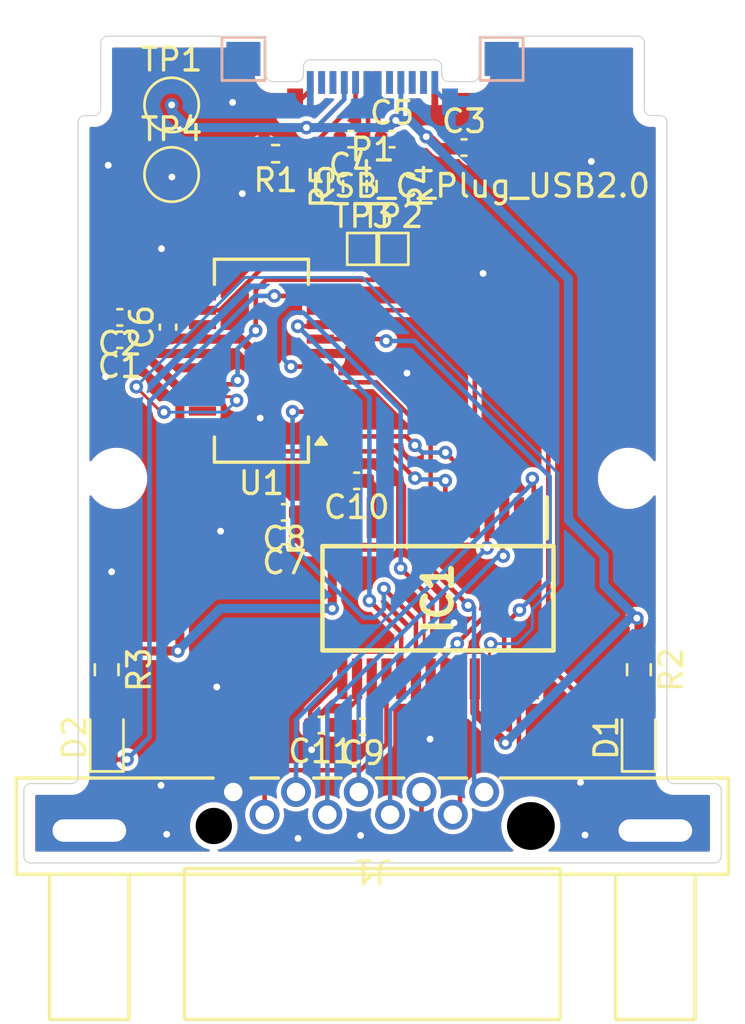
<source format=kicad_pcb>
(kicad_pcb (version 20240108) (generator "pcbnew") (generator_version "8.0")
  (layers (0 "F.Cu" signal) (31 "B.Cu" signal) (34 "B.Paste" user) (35 "F.Paste" user) (36 "B.SilkS" user "B.Silkscreen") (37 "F.SilkS" user "F.Silkscreen") (38 "B.Mask" user) (39 "F.Mask" user) (44 "Edge.Cuts" user))
  (net 0 "")
  (net 1 "Earth")
  (net 2 "VCC")
  (net 3 "/D+")
  (net 4 "/D-")
  (net 5 "3V3OUT")
  (net 6 "Net-(IC1-V-)")
  (net 7 "Net-(IC1-C1+)")
  (net 8 "Net-(IC1-C1-)")
  (net 9 "Net-(IC1-C2-)")
  (net 10 "Net-(IC1-C2+)")
  (net 11 "Net-(D1-A)")
  (net 12 "Net-(D1-K)")
  (net 13 "Net-(D2-A)")
  (net 14 "Net-(D2-K)")
  (net 15 "SLEEP#")
  (net 16 "RX")
  (net 17 "CTS")
  (net 19 "~{RI}")
  (net 20 "DTR")
  (net 21 "~{DTR}")
  (net 22 "~{RTS}")
  (net 23 "~{DSR}")
  (net 24 "TX")
  (net 25 "RTS")
  (net 26 "DSR")
  (net 27 "~{DCD}")
  (net 28 "DCD")
  (net 30 "RXD")
  (net 31 "RI")
  (net 32 "~{CTS}")
  (net 33 "TXD")
  (net 34 "Net-(P1-CC)")
  (footprint "DB9 RS232 Adapter:SOP65P780X200-28N" (layer "F.Cu") (at 235.53 97 -90)
    (property "Reference" "IC1" (at 0 0 90) (layer "F.SilkS") (effects (font (size 1.27 1.27) (thickness 0.254))))
    (property "Value" "SP213ECA-L_TR" (hide yes))
    (pad "1" smd rect (at -3.55 -4.225) (size 0.45 1.8) (layers "F.Cu" "F.Paste" "F.Mask") (net 20 "DTR"))
    (pad "2" smd rect (at -3.55 -3.575) (size 0.45 1.8) (layers "F.Cu" "F.Paste" "F.Mask") (net 25 "RTS"))
    (pad "3" smd rect (at -3.55 -2.925) (size 0.45 1.8) (layers "F.Cu" "F.Paste" "F.Mask") (net 24 "TX"))
    (pad "4" smd rect (at -3.55 -2.275) (size 0.45 1.8) (layers "F.Cu" "F.Paste" "F.Mask") (net 17 "CTS"))
    (pad "5" smd rect (at -3.55 -1.625) (size 0.45 1.8) (layers "F.Cu" "F.Paste" "F.Mask") (net 32 "~{CTS}"))
    (pad "6" smd rect (at -3.55 -0.975) (size 0.45 1.8) (layers "F.Cu" "F.Paste" "F.Mask") (net 21 "~{DTR}"))
    (pad "7" smd rect (at -3.55 -0.325) (size 0.45 1.8) (layers "F.Cu" "F.Paste" "F.Mask") (net 33 "TXD"))
    (pad "8" smd rect (at -3.55 0.325) (size 0.45 1.8) (layers "F.Cu" "F.Paste" "F.Mask") (net 30 "RXD"))
    (pad "9" smd rect (at -3.55 0.975) (size 0.45 1.8) (layers "F.Cu" "F.Paste" "F.Mask") (net 28 "DCD"))
    (pad "10" smd rect (at -3.55 1.625) (size 0.45 1.8) (layers "F.Cu" "F.Paste" "F.Mask") (net 1 "Earth"))
    (pad "11" smd rect (at -3.55 2.275) (size 0.45 1.8) (layers "F.Cu" "F.Paste" "F.Mask") (net 2 "VCC"))
    (pad "12" smd rect (at -3.55 2.925) (size 0.45 1.8) (layers "F.Cu" "F.Paste" "F.Mask") (net 7 "Net-(IC1-C1+)"))
    (pad "13" smd rect (at -3.55 3.575) (size 0.45 1.8) (layers "F.Cu" "F.Paste" "F.Mask") (net 2 "VCC"))
    (pad "14" smd rect (at -3.55 4.225) (size 0.45 1.8) (layers "F.Cu" "F.Paste" "F.Mask") (net 8 "Net-(IC1-C1-)"))
    (pad "15" smd rect (at 3.55 4.225) (size 0.45 1.8) (layers "F.Cu" "F.Paste" "F.Mask") (net 10 "Net-(IC1-C2+)"))
    (pad "16" smd rect (at 3.55 3.575) (size 0.45 1.8) (layers "F.Cu" "F.Paste" "F.Mask") (net 9 "Net-(IC1-C2-)"))
    (pad "17" smd rect (at 3.55 2.925) (size 0.45 1.8) (layers "F.Cu" "F.Paste" "F.Mask") (net 6 "Net-(IC1-V-)"))
    (pad "18" smd rect (at 3.55 2.275) (size 0.45 1.8) (layers "F.Cu" "F.Paste" "F.Mask") (net 31 "RI"))
    (pad "19" smd rect (at 3.55 1.625) (size 0.45 1.8) (layers "F.Cu" "F.Paste" "F.Mask") (net 27 "~{DCD}"))
    (pad "20" smd rect (at 3.55 0.975) (size 0.45 1.8) (layers "F.Cu" "F.Paste" "F.Mask") (net 22 "~{RTS}"))
    (pad "21" smd rect (at 3.55 0.325) (size 0.45 1.8) (layers "F.Cu" "F.Paste" "F.Mask"))
    (pad "22" smd rect (at 3.55 -0.325) (size 0.45 1.8) (layers "F.Cu" "F.Paste" "F.Mask") (net 19 "~{RI}"))
    (pad "23" smd rect (at 3.55 -0.975) (size 0.45 1.8) (layers "F.Cu" "F.Paste" "F.Mask") (net 26 "DSR"))
    (pad "24" smd rect (at 3.55 -1.625) (size 0.45 1.8) (layers "F.Cu" "F.Paste" "F.Mask") (net 2 "VCC"))
    (pad "25" smd rect (at 3.55 -2.275) (size 0.45 1.8) (layers "F.Cu" "F.Paste" "F.Mask") (net 15 "SLEEP#"))
    (pad "26" smd rect (at 3.55 -2.925) (size 0.45 1.8) (layers "F.Cu" "F.Paste" "F.Mask") (net 23 "~{DSR}"))
    (pad "27" smd rect (at 3.55 -3.575) (size 0.45 1.8) (layers "F.Cu" "F.Paste" "F.Mask") (net 16 "RX"))
    (pad "28" smd rect (at 3.55 -4.225) (size 0.45 1.8) (layers "F.Cu" "F.Paste" "F.Mask"))
  )
  (footprint "TestPoint:TestPoint_Pad_1.0x1.0mm" (layer "F.Cu") (at 232.22 81.59)
    (property "Reference" "TP3" (at 0 -1.448 0) (layer "F.SilkS"))
    (property "Value" "TestPoint")
    (pad "1" smd rect (at 0 0) (size 1 1) (layers "F.Cu" "F.Mask") (net 3 "/D+"))
  )
  (footprint "LED_SMD:LED_0603_1608Metric" (layer "F.Cu") (at 220.9075 103.15 90)
    (property "Reference" "D2" (at 0 -1.43 -90) (layer "F.SilkS"))
    (property "Value" "RXLED")
    (pad "1" smd roundrect (at -0.7875 0 90) (size 0.875 0.95) (layers "F.Cu" "F.Paste" "F.Mask") (net 14 "Net-(D2-K)"))
    (pad "2" smd roundrect (at 0.7875 0 90) (size 0.875 0.95) (layers "F.Cu" "F.Paste" "F.Mask") (net 13 "Net-(D2-A)"))
  )
  (footprint "TestPoint:TestPoint_Pad_1.0x1.0mm" (layer "F.Cu") (at 233.52 81.59)
    (property "Reference" "TP2" (at 0 -1.448 0) (layer "F.SilkS"))
    (property "Value" "TestPoint")
    (pad "1" smd rect (at 0 0) (size 1 1) (layers "F.Cu" "F.Mask") (net 4 "/D-"))
  )
  (footprint "Capacitor_SMD:C_0402_1005Metric" (layer "F.Cu") (at 223.61 85.04 90)
    (property "Reference" "C6" (at 0 -1.16 -90) (layer "F.SilkS"))
    (property "Value" "100nF")
    (pad "1" smd roundrect (at -0.48 0 90) (size 0.56 0.62) (layers "F.Cu" "F.Paste" "F.Mask") (net 5 "3V3OUT"))
    (pad "2" smd roundrect (at 0.48 0 90) (size 0.56 0.62) (layers "F.Cu" "F.Paste" "F.Mask") (net 1 "Earth"))
  )
  (footprint "Capacitor_SMD:C_0402_1005Metric" (layer "F.Cu") (at 231.68 76.75 180)
    (property "Reference" "C4" (at 0 -1.16 180) (layer "F.SilkS"))
    (property "Value" "47pF")
    (pad "1" smd roundrect (at -0.48 0 180) (size 0.56 0.62) (layers "F.Cu" "F.Paste" "F.Mask") (net 3 "/D+"))
    (pad "2" smd roundrect (at 0.48 0 180) (size 0.56 0.62) (layers "F.Cu" "F.Paste" "F.Mask") (net 1 "Earth"))
  )
  (footprint "Capacitor_SMD:C_0402_1005Metric" (layer "F.Cu") (at 228.75 94.26 180)
    (property "Reference" "C7" (at 0 -1.16 180) (layer "F.SilkS"))
    (property "Value" "100nF")
    (pad "1" smd roundrect (at -0.48 0 180) (size 0.56 0.62) (layers "F.Cu" "F.Paste" "F.Mask") (net 2 "VCC"))
    (pad "2" smd roundrect (at 0.48 0 180) (size 0.56 0.62) (layers "F.Cu" "F.Paste" "F.Mask") (net 1 "Earth"))
  )
  (footprint "MountingHole:MountingHole_2.2mm_M2" (layer "F.Cu") (at 243.94 91.71)
    (property "Reference" "H2" (hide yes))
    (property "Value" "MountingHole")
    (pad "" np_thru_hole circle (at 0 0) (size 2.2 2.2) (drill 2.2) (layers "F&B.Cu" "*.Mask"))
  )
  (footprint "Resistor_SMD:R_0603_1608Metric" (layer "F.Cu") (at 220.9 100.15 -90)
    (property "Reference" "R3" (at 0 -1.43 90) (layer "F.SilkS"))
    (property "Value" "270R")
    (pad "1" smd roundrect (at -0.825 0 270) (size 0.8 0.95) (layers "F.Cu" "F.Paste" "F.Mask") (net 2 "VCC"))
    (pad "2" smd roundrect (at 0.825 0 270) (size 0.8 0.95) (layers "F.Cu" "F.Paste" "F.Mask") (net 13 "Net-(D2-A)"))
  )
  (footprint "TestPoint:TestPoint_Pad_D2.0mm" (layer "F.Cu") (at 223.77 78.31)
    (property "Reference" "TP4" (at 0 -1.998 0) (layer "F.SilkS"))
    (property "Value" "TestPoint")
    (pad "1" smd circle (at 0 0) (size 2 2) (layers "F.Cu" "F.Paste" "F.Mask") (net 1 "Earth"))
  )
  (footprint "Resistor_SMD:R_0603_1608Metric" (layer "F.Cu") (at 233.34 78.83 -90)
    (property "Reference" "R4" (at 0 -1.43 -90) (layer "F.SilkS"))
    (property "Value" "27R")
    (pad "1" smd roundrect (at -0.825 0 270) (size 0.8 0.95) (layers "F.Cu" "F.Paste" "F.Mask") (net 4 "/D-"))
    (pad "2" smd roundrect (at 0.825 0 270) (size 0.8 0.95) (layers "F.Cu" "F.Paste" "F.Mask") (net 4 "/D-"))
  )
  (footprint "Capacitor_SMD:C_0402_1005Metric" (layer "F.Cu") (at 233.5 76.75)
    (property "Reference" "C5" (at 0 -1.16 0) (layer "F.SilkS"))
    (property "Value" "47pF")
    (pad "1" smd roundrect (at -0.48 0) (size 0.56 0.62) (layers "F.Cu" "F.Paste" "F.Mask") (net 4 "/D-"))
    (pad "2" smd roundrect (at 0.48 0) (size 0.56 0.62) (layers "F.Cu" "F.Paste" "F.Mask") (net 1 "Earth"))
  )
  (footprint "Capacitor_SMD:C_0402_1005Metric" (layer "F.Cu") (at 228.75 93.21 180)
    (property "Reference" "C8" (at 0 -1.16 180) (layer "F.SilkS"))
    (property "Value" "100nF")
    (pad "1" smd roundrect (at -0.48 0 180) (size 0.56 0.62) (layers "F.Cu" "F.Paste" "F.Mask") (net 2 "VCC"))
    (pad "2" smd roundrect (at 0.48 0 180) (size 0.56 0.62) (layers "F.Cu" "F.Paste" "F.Mask") (net 1 "Earth"))
  )
  (footprint "Capacitor_SMD:C_0402_1005Metric" (layer "F.Cu") (at 232.2 102.67 180)
    (property "Reference" "C9" (at 0 -1.16 180) (layer "F.SilkS"))
    (property "Value" "100nF, 16v")
    (pad "1" smd roundrect (at -0.48 0 180) (size 0.56 0.62) (layers "F.Cu" "F.Paste" "F.Mask") (net 6 "Net-(IC1-V-)"))
    (pad "2" smd roundrect (at 0.48 0 180) (size 0.56 0.62) (layers "F.Cu" "F.Paste" "F.Mask") (net 1 "Earth"))
  )
  (footprint "Resistor_SMD:R_0603_1608Metric" (layer "F.Cu") (at 231.86 78.83 90)
    (property "Reference" "R5" (at 0 -1.43 90) (layer "F.SilkS"))
    (property "Value" "27R")
    (pad "1" smd roundrect (at -0.825 0 90) (size 0.8 0.95) (layers "F.Cu" "F.Paste" "F.Mask") (net 3 "/D+"))
    (pad "2" smd roundrect (at 0.825 0 90) (size 0.8 0.95) (layers "F.Cu" "F.Paste" "F.Mask") (net 3 "/D+"))
  )
  (footprint "Capacitor_SMD:C_0402_1005Metric" (layer "F.Cu") (at 230.37 102.59 180)
    (property "Reference" "C11" (at 0 -1.16 180) (layer "F.SilkS"))
    (property "Value" "100nF, 16v")
    (pad "1" smd roundrect (at -0.48 0 180) (size 0.56 0.62) (layers "F.Cu" "F.Paste" "F.Mask") (net 9 "Net-(IC1-C2-)"))
    (pad "2" smd roundrect (at 0.48 0 180) (size 0.56 0.62) (layers "F.Cu" "F.Paste" "F.Mask") (net 10 "Net-(IC1-C2+)"))
  )
  (footprint "Resistor_SMD:R_0603_1608Metric" (layer "F.Cu") (at 244.4 100.15 -90)
    (property "Reference" "R2" (at 0 -1.43 90) (layer "F.SilkS"))
    (property "Value" "270R")
    (pad "1" smd roundrect (at -0.825 0 270) (size 0.8 0.95) (layers "F.Cu" "F.Paste" "F.Mask") (net 2 "VCC"))
    (pad "2" smd roundrect (at 0.825 0 270) (size 0.8 0.95) (layers "F.Cu" "F.Paste" "F.Mask") (net 11 "Net-(D1-A)"))
  )
  (footprint "TestPoint:TestPoint_Pad_1.5x1.5mm" (layer "F.Cu") (at 238.34 73.21)
    (property "Reference" "TP3" (hide yes))
    (property "Value" "TestPoint")
    (pad "1" smd rect (at 0 0) (size 1.5 1.5) (layers "F.Cu" "F.Mask") (net 1 "Earth"))
  )
  (footprint "TestPoint:TestPoint_Pad_1.5x1.5mm" (layer "F.Cu") (at 226.94 73.21)
    (property "Reference" "TP1" (hide yes))
    (property "Value" "TestPoint")
    (pad "1" smd rect (at 0 0) (size 1.5 1.5) (layers "F.Cu" "F.Mask") (net 1 "Earth"))
  )
  (footprint "Resistor_SMD:R_0402_1005Metric" (layer "F.Cu") (at 228.36 77.39 180)
    (property "Reference" "R1" (at 0 -1.17 180) (layer "F.SilkS"))
    (property "Value" "5.1k")
    (pad "1" smd roundrect (at -0.51 0 180) (size 0.54 0.64) (layers "F.Cu" "F.Paste" "F.Mask") (net 34 "Net-(P1-CC)"))
    (pad "2" smd roundrect (at 0.51 0 180) (size 0.54 0.64) (layers "F.Cu" "F.Paste" "F.Mask") (net 1 "Earth"))
  )
  (footprint "Expansion_Card:USB_C_Plug_Molex_105444" (layer "F.Cu") (at 232.64 74.21)
    (property "Reference" "P1" (at 0 3 0) (layer "F.SilkS"))
    (property "Value" "USB_C_Plug_USB2.0" (at 4.75 4.6 0) (layer "F.SilkS"))
    (fp_line (start -3.35 0) (end -4.3 0) (stroke (width 0.05)) (layer "Edge.Cuts"))
    (fp_line (start -3.05 -0.66) (end -3.05 -0.3) (stroke (width 0.05)) (layer "Edge.Cuts"))
    (fp_line (start -2.75 -0.96) (end 2.75 -0.96) (stroke (width 0.05)) (layer "Edge.Cuts"))
    (fp_line (start 3.05 -0.66) (end 3.05 -0.3) (stroke (width 0.05)) (layer "Edge.Cuts"))
    (fp_line (start 3.35 0) (end 4.3 0) (stroke (width 0.05)) (layer "Edge.Cuts"))
    (fp_arc (start -3.05 -0.66) (mid -2.962132 -0.872132) (end -2.75 -0.96) (stroke (width 0.05)) (layer "Edge.Cuts"))
    (fp_arc (start -3.05 -0.3) (mid -3.137868 -0.087868) (end -3.35 0) (stroke (width 0.05)) (layer "Edge.Cuts"))
    (fp_arc (start 2.75 -0.96) (mid 2.962132 -0.872132) (end 3.05 -0.66) (stroke (width 0.05)) (layer "Edge.Cuts"))
    (fp_arc (start 3.35 0) (mid 3.137868 -0.087868) (end 3.05 -0.3) (stroke (width 0.05)) (layer "Edge.Cuts"))
    (pad "A1" smd rect (at -2.75 0.04) (size 0.3 1) (layers "F.Cu" "F.Paste" "F.Mask") (net 1 "Earth"))
    (pad "A2" smd rect (at -2.25 0.04) (size 0.3 1) (layers "F.Cu" "F.Paste" "F.Mask"))
    (pad "A3" smd rect (at -1.75 0.04) (size 0.3 1) (layers "F.Cu" "F.Paste" "F.Mask"))
    (pad "A4" smd rect (at -1.25 0.04) (size 0.3 1) (layers "F.Cu" "F.Paste" "F.Mask") (net 2 "VCC"))
    (pad "A5" smd rect (at -0.75 0.04) (size 0.3 1) (layers "F.Cu" "F.Paste" "F.Mask") (net 34 "Net-(P1-CC)"))
    (pad "A6" smd rect (at -0.25 0.04) (size 0.3 1) (layers "F.Cu" "F.Paste" "F.Mask") (net 3 "/D+"))
    (pad "A7" smd rect (at 0.25 0.04) (size 0.3 1) (layers "F.Cu" "F.Paste" "F.Mask") (net 4 "/D-"))
    (pad "A8" smd rect (at 0.75 0.04) (size 0.3 1) (layers "F.Cu" "F.Paste" "F.Mask"))
    (pad "A9" smd rect (at 1.25 0.04) (size 0.3 1) (layers "F.Cu" "F.Paste" "F.Mask") (net 2 "VCC"))
    (pad "A10" smd rect (at 1.75 0.04) (size 0.3 1) (layers "F.Cu" "F.Paste" "F.Mask"))
    (pad "A11" smd rect (at 2.25 0.04) (size 0.3 1) (layers "F.Cu" "F.Paste" "F.Mask"))
    (pad "A12" smd rect (at 2.75 0.04) (size 0.3 1) (layers "F.Cu" "F.Paste" "F.Mask") (net 1 "Earth"))
    (pad "B1" smd rect (at 2.75 0.04) (size 0.3 1) (layers "B.Cu" "B.Paste" "B.Mask") (net 1 "Earth"))
    (pad "B2" smd rect (at 2.25 0.04) (size 0.3 1) (layers "B.Cu" "B.Paste" "B.Mask"))
    (pad "B3" smd rect (at 1.75 0.04) (size 0.3 1) (layers "B.Cu" "B.Paste" "B.Mask"))
    (pad "B4" smd rect (at 1.25 0.04) (size 0.3 1) (layers "B.Cu" "B.Paste" "B.Mask") (net 2 "VCC"))
    (pad "B5" smd rect (at 0.75 0.04) (size 0.3 1) (layers "B.Cu" "B.Paste" "B.Mask"))
    (pad "B8" smd rect (at -0.75 0.04) (size 0.3 1) (layers "B.Cu" "B.Paste" "B.Mask"))
    (pad "B9" smd rect (at -1.25 0.04) (size 0.3 1) (layers "B.Cu" "B.Paste" "B.Mask") (net 2 "VCC"))
    (pad "B10" smd rect (at -1.75 0.04) (size 0.3 1) (layers "B.Cu" "B.Paste" "B.Mask"))
    (pad "B11" smd rect (at -2.25 0.04) (size 0.3 1) (layers "B.Cu" "B.Paste" "B.Mask"))
    (pad "B12" smd rect (at -2.75 0.04) (size 0.3 1) (layers "B.Cu" "B.Paste" "B.Mask") (net 1 "Earth"))
    (pad "S1" smd rect (at -3.42 0.88) (size 0.7 1.15) (layers "F.Cu" "F.Paste" "F.Mask") (net 1 "Earth"))
    (pad "S1" smd rect (at 3.42 0.88) (size 0.7 1.15) (layers "B.Cu" "B.Paste" "B.Mask") (net 1 "Earth"))
  )
  (footprint "DB9 RS232 Adapter:CONN9_K31X_KYC" (layer "F.Cu") (at 232.63 109.043 180)
    (property "Reference" "J1" (at 0 0 180) (layer "F.SilkS"))
    (property "Value" "DE9_Receptacle")
    (pad "" np_thru_hole circle (at -6.999992 2 180) (size 2.1082 2.1082) (drill 2.1082) (layers))
    (pad "" np_thru_hole circle (at 7.000008 2 180) (size 1.6002 1.6002) (drill 1.6002) (layers))
    (pad "1" thru_hole circle (at -4.939999 3.500001 180) (size 1.3208 1.3208) (drill 0.8128) (layers "*.Cu" "*.Mask") (net 28 "DCD"))
    (pad "2" thru_hole circle (at -2.17 3.500001 180) (size 1.3208 1.3208) (drill 0.8128) (layers "*.Cu" "*.Mask") (net 16 "RX"))
    (pad "3" thru_hole circle (at 0.6 3.500001 180) (size 1.3208 1.3208) (drill 0.8128) (layers "*.Cu" "*.Mask") (net 24 "TX"))
    (pad "4" thru_hole circle (at 3.37 3.500001 180) (size 1.3208 1.3208) (drill 0.8128) (layers "*.Cu" "*.Mask") (net 20 "DTR"))
    (pad "5" thru_hole circle (at 6.139999 3.500001 180) (size 1.3208 1.3208) (drill 0.8128) (layers "*.Cu" "*.Mask") (net 1 "Earth"))
    (pad "6" thru_hole circle (at -3.555001 2.5 180) (size 1.3208 1.3208) (drill 0.8128) (layers "*.Cu" "*.Mask") (net 26 "DSR"))
    (pad "7" thru_hole circle (at -0.785001 2.5 180) (size 1.3208 1.3208) (drill 0.8128) (layers "*.Cu" "*.Mask") (net 25 "RTS"))
    (pad "8" thru_hole circle (at 1.984999 2.5 180) (size 1.3208 1.3208) (drill 0.8128) (layers "*.Cu" "*.Mask") (net 17 "CTS"))
    (pad "9" thru_hole circle (at 4.754998 2.5 180) (size 1.3208 1.3208) (drill 0.8128) (layers "*.Cu" "*.Mask") (net 31 "RI"))
    (pad "10" thru_hole oval (at -12.495 1.8 180) (size 3.75 1.4906) (drill oval 3.25 0.9906) (layers "*.Cu" "*.Mask") (net 1 "Earth"))
    (pad "11" thru_hole oval (at 12.495 1.8 180) (size 3.75 1.4906) (drill oval 3.25 0.9906) (layers "*.Cu" "*.Mask") (net 1 "Earth"))
  )
  (footprint "Capacitor_SMD:C_0402_1005Metric" (layer "F.Cu") (at 231.94 91.82 180)
    (property "Reference" "C10" (at 0 -1.16 180) (layer "F.SilkS"))
    (property "Value" "100nF")
    (pad "1" smd roundrect (at -0.48 0 180) (size 0.56 0.62) (layers "F.Cu" "F.Paste" "F.Mask") (net 7 "Net-(IC1-C1+)"))
    (pad "2" smd roundrect (at 0.48 0 180) (size 0.56 0.62) (layers "F.Cu" "F.Paste" "F.Mask") (net 8 "Net-(IC1-C1-)"))
  )
  (footprint "Package_SO:SSOP-20_3.9x8.7mm_P0.635mm" (layer "F.Cu") (at 227.7325 86.52 180)
    (property "Reference" "U1" (at 0 -5.4 180) (layer "F.SilkS"))
    (property "Value" "FT231XS")
    (pad "1" smd rect (at -2.6 -2.8575 180) (size 1.2 0.4) (layers "F.Cu" "F.Paste" "F.Mask") (net 21 "~{DTR}"))
    (pad "2" smd rect (at -2.6 -2.2225 180) (size 1.2 0.4) (layers "F.Cu" "F.Paste" "F.Mask") (net 22 "~{RTS}"))
    (pad "3" smd rect (at -2.6 -1.5875 180) (size 1.2 0.4) (layers "F.Cu" "F.Paste" "F.Mask") (net 5 "3V3OUT"))
    (pad "4" smd rect (at -2.6 -0.9525 180) (size 1.2 0.4) (layers "F.Cu" "F.Paste" "F.Mask") (net 30 "RXD"))
    (pad "5" smd rect (at -2.6 -0.3175 180) (size 1.2 0.4) (layers "F.Cu" "F.Paste" "F.Mask") (net 19 "~{RI}"))
    (pad "6" smd rect (at -2.6 0.3175 180) (size 1.2 0.4) (layers "F.Cu" "F.Paste" "F.Mask") (net 1 "Earth"))
    (pad "7" smd rect (at -2.6 0.9525 180) (size 1.2 0.4) (layers "F.Cu" "F.Paste" "F.Mask") (net 23 "~{DSR}"))
    (pad "8" smd rect (at -2.6 1.5875 180) (size 1.2 0.4) (layers "F.Cu" "F.Paste" "F.Mask") (net 27 "~{DCD}"))
    (pad "9" smd rect (at -2.6 2.2225 180) (size 1.2 0.4) (layers "F.Cu" "F.Paste" "F.Mask") (net 32 "~{CTS}"))
    (pad "10" smd rect (at -2.6 2.8575 180) (size 1.2 0.4) (layers "F.Cu" "F.Paste" "F.Mask") (net 14 "Net-(D2-K)"))
    (pad "11" smd rect (at 2.6 2.8575 180) (size 1.2 0.4) (layers "F.Cu" "F.Paste" "F.Mask") (net 3 "/D+"))
    (pad "12" smd rect (at 2.6 2.2225 180) (size 1.2 0.4) (layers "F.Cu" "F.Paste" "F.Mask") (net 4 "/D-"))
    (pad "13" smd rect (at 2.6 1.5875 180) (size 1.2 0.4) (layers "F.Cu" "F.Paste" "F.Mask") (net 5 "3V3OUT"))
    (pad "14" smd rect (at 2.6 0.9525 180) (size 1.2 0.4) (layers "F.Cu" "F.Paste" "F.Mask") (net 5 "3V3OUT"))
    (pad "15" smd rect (at 2.6 0.3175 180) (size 1.2 0.4) (layers "F.Cu" "F.Paste" "F.Mask") (net 2 "VCC"))
    (pad "16" smd rect (at 2.6 -0.3175 180) (size 1.2 0.4) (layers "F.Cu" "F.Paste" "F.Mask") (net 1 "Earth"))
    (pad "17" smd rect (at 2.6 -0.9525 180) (size 1.2 0.4) (layers "F.Cu" "F.Paste" "F.Mask") (net 12 "Net-(D1-K)"))
    (pad "18" smd rect (at 2.6 -1.5875 180) (size 1.2 0.4) (layers "F.Cu" "F.Paste" "F.Mask") (net 15 "SLEEP#"))
    (pad "19" smd rect (at 2.6 -2.2225 180) (size 1.2 0.4) (layers "F.Cu" "F.Paste" "F.Mask"))
    (pad "20" smd rect (at 2.6 -2.8575 180) (size 1.2 0.4) (layers "F.Cu" "F.Paste" "F.Mask") (net 33 "TXD"))
  )
  (footprint "Capacitor_SMD:C_0402_1005Metric" (layer "F.Cu") (at 236.68 77.12)
    (property "Reference" "C3" (at 0 -1.16 0) (layer "F.SilkS"))
    (property "Value" "10nF")
    (pad "1" smd roundrect (at -0.48 0) (size 0.56 0.62) (layers "F.Cu" "F.Paste" "F.Mask") (net 2 "VCC"))
    (pad "2" smd roundrect (at 0.48 0) (size 0.56 0.62) (layers "F.Cu" "F.Paste" "F.Mask") (net 1 "Earth"))
  )
  (footprint "MountingHole:MountingHole_2.2mm_M2" (layer "F.Cu") (at 221.34 91.71)
    (property "Reference" "H1" (hide yes))
    (property "Value" "MountingHole")
    (pad "" np_thru_hole circle (at 0 0) (size 2.2 2.2) (drill 2.2) (layers "F&B.Cu" "*.Mask"))
  )
  (footprint "Capacitor_SMD:C_0402_1005Metric" (layer "F.Cu") (at 221.48 84.61 180)
    (property "Reference" "C2" (at 0 -1.16 180) (layer "F.SilkS"))
    (property "Value" "4.7uF")
    (pad "1" smd roundrect (at -0.48 0 180) (size 0.56 0.62) (layers "F.Cu" "F.Paste" "F.Mask") (net 2 "VCC"))
    (pad "2" smd roundrect (at 0.48 0 180) (size 0.56 0.62) (layers "F.Cu" "F.Paste" "F.Mask") (net 1 "Earth"))
  )
  (footprint "Capacitor_SMD:C_0402_1005Metric" (layer "F.Cu") (at 221.48 85.6 180)
    (property "Reference" "C1" (at 0 -1.16 180) (layer "F.SilkS"))
    (property "Value" "100nF")
    (pad "1" smd roundrect (at -0.48 0 180) (size 0.56 0.62) (layers "F.Cu" "F.Paste" "F.Mask") (net 2 "VCC"))
    (pad "2" smd roundrect (at 0.48 0 180) (size 0.56 0.62) (layers "F.Cu" "F.Paste" "F.Mask") (net 1 "Earth"))
  )
  (footprint "LED_SMD:LED_0603_1608Metric" (layer "F.Cu") (at 244.39 103.15 90)
    (property "Reference" "D1" (at 0 -1.43 -90) (layer "F.SilkS"))
    (property "Value" "TXLED")
    (pad "1" smd roundrect (at -0.7875 0 90) (size 0.875 0.95) (layers "F.Cu" "F.Paste" "F.Mask") (net 12 "Net-(D1-K)"))
    (pad "2" smd roundrect (at 0.7875 0 90) (size 0.875 0.95) (layers "F.Cu" "F.Paste" "F.Mask") (net 11 "Net-(D1-A)"))
  )
  (footprint "TestPoint:TestPoint_Pad_D2.0mm" (layer "F.Cu") (at 223.77 75.24)
    (property "Reference" "TP1" (at 0 -1.998 0) (layer "F.SilkS"))
    (property "Value" "TestPoint")
    (pad "1" smd circle (at 0 0) (size 2 2) (layers "F.Cu" "F.Paste" "F.Mask") (net 2 "VCC"))
  )
  (footprint "TestPoint:TestPoint_Pad_1.5x1.5mm" (layer "B.Cu") (at 238.34 73.21)
    (property "Reference" "TP4" (hide yes))
    (property "Value" "TestPoint")
    (pad "1" smd rect (at 0 0) (size 1.5 1.5) (layers "B.Cu" "B.Mask") (net 1 "Earth"))
  )
  (footprint "TestPoint:TestPoint_Pad_1.5x1.5mm" (layer "B.Cu") (at 226.94 73.21)
    (property "Reference" "TP2" (hide yes))
    (property "Value" "TestPoint")
    (pad "1" smd rect (at 0 0) (size 1.5 1.5) (layers "B.Cu" "B.Mask") (net 1 "Earth"))
  )
  (gr_arc (start 219.64 104.87) (mid 219.552132 105.082132) (end 219.34 105.17) (stroke (width 0.05)) (layer "Edge.Cuts"))
  (gr_arc (start 245.34 75.71) (mid 245.552132 75.797868) (end 245.64 76.01) (stroke (width 0.05)) (layer "Edge.Cuts"))
  (gr_arc (start 220.64 72.51) (mid 220.727868 72.297868) (end 220.94 72.21) (stroke (width 0.05)) (layer "Edge.Cuts"))
  (gr_arc (start 245.94 105.17) (mid 245.727868 105.082132) (end 245.64 104.87) (stroke (width 0.05)) (layer "Edge.Cuts"))
  (gr_line (start 236.94 74.21) (end 237.04 74.21) (stroke (width 0.05)) (layer "Edge.Cuts"))
  (gr_line (start 248.035 105.47) (end 248.035 108.370032) (stroke (width 0.05)) (layer "Edge.Cuts"))
  (gr_line (start 219.94 75.71) (end 220.34 75.71) (stroke (width 0.05)) (layer "Edge.Cuts"))
  (gr_arc (start 227.64 72.21) (mid 227.852132 72.297868) (end 227.94 72.51) (stroke (width 0.05)) (layer "Edge.Cuts"))
  (gr_arc (start 228.24 74.21) (mid 228.027868 74.122132) (end 227.94 73.91) (stroke (width 0.05)) (layer "Edge.Cuts"))
  (gr_line (start 227.94 73.91) (end 227.94 72.51) (stroke (width 0.05)) (layer "Edge.Cuts"))
  (gr_line (start 237.34 73.91) (end 237.34 72.51) (stroke (width 0.05)) (layer "Edge.Cuts"))
  (gr_line (start 219.34 105.17) (end 217.545 105.17) (stroke (width 0.05)) (layer "Edge.Cuts"))
  (gr_arc (start 219.64 76.01) (mid 219.727868 75.797868) (end 219.94 75.71) (stroke (width 0.05)) (layer "Edge.Cuts"))
  (gr_arc (start 220.64 75.41) (mid 220.552132 75.622132) (end 220.34 75.71) (stroke (width 0.05)) (layer "Edge.Cuts"))
  (gr_arc (start 237.34 73.91) (mid 237.252132 74.122132) (end 237.04 74.21) (stroke (width 0.05)) (layer "Edge.Cuts"))
  (gr_line (start 227.64 72.21) (end 220.94 72.21) (stroke (width 0.05)) (layer "Edge.Cuts"))
  (gr_line (start 245.64 76.01) (end 245.64 104.87) (stroke (width 0.05)) (layer "Edge.Cuts"))
  (gr_arc (start 244.34 72.21) (mid 244.552132 72.297868) (end 244.64 72.51) (stroke (width 0.05)) (layer "Edge.Cuts"))
  (gr_arc (start 248.035 108.370032) (mid 247.947121 108.582143) (end 247.735 108.670032) (stroke (width 0.05)) (layer "Edge.Cuts"))
  (gr_line (start 220.64 75.41) (end 220.64 72.51) (stroke (width 0.05)) (layer "Edge.Cuts"))
  (gr_line (start 219.64 76.01) (end 219.64 104.87) (stroke (width 0.05)) (layer "Edge.Cuts"))
  (gr_line (start 217.545 108.670032) (end 247.735 108.670032) (stroke (width 0.05)) (layer "Edge.Cuts"))
  (gr_arc (start 247.735 105.17) (mid 247.947132 105.257868) (end 248.035 105.47) (stroke (width 0.05)) (layer "Edge.Cuts"))
  (gr_line (start 244.64 75.41) (end 244.64 72.51) (stroke (width 0.05)) (layer "Edge.Cuts"))
  (gr_line (start 244.94 75.71) (end 245.34 75.71) (stroke (width 0.05)) (layer "Edge.Cuts"))
  (gr_arc (start 217.545 108.670032) (mid 217.332857 108.582166) (end 217.245 108.370032) (stroke (width 0.05)) (layer "Edge.Cuts"))
  (gr_arc (start 217.245 105.47) (mid 217.332868 105.257868) (end 217.545 105.17) (stroke (width 0.05)) (layer "Edge.Cuts"))
  (gr_arc (start 237.34 72.51) (mid 237.427868 72.297868) (end 237.64 72.21) (stroke (width 0.05)) (layer "Edge.Cuts"))
  (gr_line (start 247.735 105.17) (end 245.94 105.17) (stroke (width 0.05)) (layer "Edge.Cuts"))
  (gr_line (start 228.24 74.21) (end 228.34 74.21) (stroke (width 0.05)) (layer "Edge.Cuts"))
  (gr_arc (start 244.94 75.71) (mid 244.727868 75.622132) (end 244.64 75.41) (stroke (width 0.05)) (layer "Edge.Cuts"))
  (gr_line (start 237.64 72.21) (end 244.34 72.21) (stroke (width 0.05)) (layer "Edge.Cuts"))
  (gr_line (start 217.245 105.47) (end 217.245 108.370032) (stroke (width 0.05)) (layer "Edge.Cuts"))
  (segment (start 233.98 76.75) (end 234.08 76.75) (width 0.2) (layer "F.Cu") (net 1))
  (segment (start 229.385788 75.09) (end 229.801011 74.674777) (width 0.2) (layer "F.Cu") (net 1))
  (segment (start 223.77 78.31) (end 223.77 78.41) (width 0.4) (layer "F.Cu") (net 1))
  (segment (start 229.22 75.09) (end 229.385788 75.09) (width 0.2) (layer "F.Cu") (net 1))
  (segment (start 234.08 76.75) (end 235.03 77.7) (width 0.2) (layer "F.Cu") (net 1))
  (segment (start 223.77 78.41) (end 223.78 78.42) (width 0.4) (layer "F.Cu") (net 1))
  (via (at 226.89 79.15) (size 0.6) (drill 0.3) (layers "F.Cu" "B.Cu") (net 1))
  (via (at 241.82 105.12) (size 0.6) (drill 0.3) (layers "F.Cu" "B.Cu") (net 1))
  (via (at 242.02 107.44) (size 0.6) (drill 0.3) (layers "F.Cu" "B.Cu") (net 1))
  (via (at 223.32 81.58) (size 0.6) (drill 0.3) (layers "F.Cu" "B.Cu") (net 1))
  (via (at 223.55 107.41) (size 0.6) (drill 0.3) (layers "F.Cu" "B.Cu") (net 1))
  (via (at 220.97 77.9) (size 0.6) (drill 0.3) (layers "F.Cu" "B.Cu") (net 1))
  (via (at 223.78 78.42) (size 0.6) (drill 0.3) (layers "F.Cu" "B.Cu") (net 1))
  (via (at 223.3 105.25) (size 0.6) (drill 0.3) (layers "F.Cu" "B.Cu") (net 1))
  (via (at 220.85 87.23) (size 0.6) (drill 0.3) (layers "F.Cu" "B.Cu") (net 1))
  (via (at 229.95 103.68) (size 0.6) (drill 0.3) (layers "F.Cu" "B.Cu") (net 1))
  (via (at 226.46 75.13) (size 0.6) (drill 0.3) (layers "F.Cu" "B.Cu") (net 1))
  (via (at 221.12 95.83) (size 0.6) (drill 0.3) (layers "F.Cu" "B.Cu") (net 1))
  (via (at 225.76 100.91) (size 0.6) (drill 0.3) (layers "F.Cu" "B.Cu") (net 1))
  (via (at 237.52 82.67) (size 0.6) (drill 0.3) (layers "F.Cu" "B.Cu") (net 1))
  (via (at 235.18 103.21) (size 0.6) (drill 0.3) (layers "F.Cu" "B.Cu") (net 1))
  (via (at 236.24 98.08) (size 0.6) (drill 0.3) (layers "F.Cu" "B.Cu") (net 1))
  (via (at 225.93 94.04) (size 0.6) (drill 0.3) (layers "F.Cu" "B.Cu") (net 1))
  (via (at 227.68 89.05) (size 0.6) (drill 0.3) (layers "F.Cu" "B.Cu") (net 1))
  (via (at 242.3 77.73) (size 0.6) (drill 0.3) (layers "F.Cu" "B.Cu") (net 1))
  (via (at 234.16 87.07) (size 0.6) (drill 0.3) (layers "F.Cu" "B.Cu") (net 1))
  (via (at 232.11 107.46) (size 0.6) (drill 0.3) (layers "F.Cu" "B.Cu") (net 1))
  (via (at 229.35 107.59) (size 0.6) (drill 0.3) (layers "F.Cu" "B.Cu") (net 1))
  (segment (start 236.06 75.09) (end 235.894212 75.09) (width 0.2) (layer "B.Cu") (net 1))
  (segment (start 235.894212 75.09) (end 235.478989 74.674777) (width 0.2) (layer "B.Cu") (net 1))
  (segment (start 235.11 76.64) (end 235.01 76.64) (width 0.2) (layer "F.Cu") (net 2))
  (segment (start 222.5625 86.2025) (end 221.96 85.6) (width 0.4) (layer "F.Cu") (net 2))
  (segment (start 231.39 75) (end 231.39 74.25) (width 0.2) (layer "F.Cu") (net 2))
  (segment (start 221.96 77.05) (end 221.96 84.61) (width 0.4) (layer "F.Cu") (net 2))
  (segment (start 231.98 94.75) (end 233.23 94.75) (width 0.4) (layer "F.Cu") (net 2))
  (segment (start 235.59 77.12) (end 235.11 76.64) (width 0.4) (layer "F.Cu") (net 2))
  (segment (start 237.155 102.03) (end 238.3725 103.2475) (width 0.4) (layer "F.Cu") (net 2))
  (segment (start 233.255 94.725) (end 233.255 93.45) (width 0.4) (layer "F.Cu") (net 2))
  (segment (start 224.1675 86.2025) (end 224.1325 86.2375) (width 0.4) (layer "F.Cu") (net 2))
  (segment (start 244.4 97.965) (end 244.4 99.325) (width 0.4) (layer "F.Cu") (net 2))
  (segment (start 238.3725 103.2475) (end 238.505 103.38) (width 0.2) (layer "F.Cu") (net 2))
  (segment (start 244.31 97.875) (end 244.4 97.965) (width 0.4) (layer "F.Cu") (net 2))
  (segment (start 224.045 99.325) (end 220.9 99.325) (width 0.4) (layer "F.Cu") (net 2))
  (segment (start 230.86 94.85) (end 230.86 97.45) (width 0.4) (layer "F.Cu") (net 2))
  (segment (start 224.1325 99.2375) (end 224.1325 87.7725) (width 0.4) (layer "F.Cu") (net 2))
  (segment (start 224.045 99.325) (end 224.1325 99.2375) (width 0.4) (layer "F.Cu") (net 2))
  (segment (start 231.98 94.75) (end 229.72 94.75) (width 0.4) (layer "F.Cu") (net 2))
  (segment (start 236.2 77.12) (end 235.59 77.12) (width 0.4) (layer "F.Cu") (net 2))
  (segment (start 230.15 76.24) (end 231.39 75) (width 0.2) (layer "F.Cu") (net 2))
  (segment (start 225.1325 86.2025) (end 224.1675 86.2025) (width 0.4) (layer "F.Cu") (net 2))
  (segment (start 225.1325 86.2025) (end 222.5625 86.2025) (width 0.4) (layer "F.Cu") (net 2))
  (segment (start 221.96 85.6) (end 221.96 84.61) (width 0.4) (layer "F.Cu") (net 2))
  (segment (start 233.665 75.925) (end 233.89 75.7) (width 0.2) (layer "F.Cu") (net 2))
  (segment (start 229.72 94.75) (end 229.23 94.26) (width 0.4) (layer "F.Cu") (net 2))
  (segment (start 230.76 94.75) (end 230.86 94.85) (width 0.4) (layer "F.Cu") (net 2))
  (segment (start 233.89 75.7) (end 233.89 74.25) (width 0.2) (layer "F.Cu") (net 2))
  (segment (start 237.155 100.55) (end 237.155 102.03) (width 0.4) (layer "F.Cu") (net 2))
  (segment (start 231.955 94.725) (end 231.98 94.75) (width 0.4) (layer "F.Cu") (net 2))
  (segment (start 229.23 93.21) (end 229.23 94.26) (width 0.4) (layer "F.Cu") (net 2))
  (segment (start 231.955 93.45) (end 231.955 94.725) (width 0.4) (layer "F.Cu") (net 2))
  (segment (start 229.72 76.24) (end 230.15 76.24) (width 0.2) (layer "F.Cu") (net 2))
  (segment (start 233.23 94.75) (end 233.255 94.725) (width 0.4) (layer "F.Cu") (net 2))
  (segment (start 223.77 75.24) (end 221.96 77.05) (width 0.4) (layer "F.Cu") (net 2))
  (segment (start 224.1325 87.7725) (end 222.5625 86.2025) (width 0.4) (layer "F.Cu") (net 2))
  (via (at 244.31 97.875) (size 0.6) (drill 0.3) (layers "F.Cu" "B.Cu") (net 2))
  (via (at 233.665 75.925) (size 0.6) (drill 0.3) (layers "F.Cu" "B.Cu") (net 2))
  (via (at 229.72 76.24) (size 0.6) (drill 0.3) (layers "F.Cu" "B.Cu") (net 2))
  (via (at 235.01 76.64) (size 0.6) (drill 0.3) (layers "F.Cu" "B.Cu") (net 2))
  (via (at 223.77 75.24) (size 0.6) (drill 0.3) (layers "F.Cu" "B.Cu") (net 2))
  (via (at 230.86 97.45) (size 0.6) (drill 0.3) (layers "F.Cu" "B.Cu") (net 2))
  (via (at 224.045 99.325) (size 0.6) (drill 0.3) (layers "F.Cu" "B.Cu") (net 2))
  (via (at 238.505 103.38) (size 0.6) (drill 0.3) (layers "F.Cu" "B.Cu") (net 2))
  (segment (start 224.507332 76.24) (end 223.77 75.502668) (width 0.4) (layer "B.Cu") (net 2))
  (segment (start 229.72 76.24) (end 230.15 76.24) (width 0.2) (layer "B.Cu") (net 2))
  (segment (start 233.89 74.25) (end 233.84 74.3) (width 0.2) (layer "B.Cu") (net 2))
  (segment (start 233.89 75.7) (end 233.89 74.25) (width 0.2) (layer "B.Cu") (net 2))
  (segment (start 225.92 97.45) (end 230.86 97.45) (width 0.4) (layer "B.Cu") (net 2))
  (segment (start 241.287 82.917) (end 235.01 76.64) (width 0.4) (layer "B.Cu") (net 2))
  (segment (start 235.11 76.64) (end 235.01 76.64) (width 0.4) (layer "B.Cu") (net 2))
  (segment (start 241.287 93.537) (end 241.287 82.917) (width 0.4) (layer "B.Cu") (net 2))
  (segment (start 244.31 97.875) (end 244.01 97.875) (width 0.4) (layer "B.Cu") (net 2))
  (segment (start 231.39 75) (end 231.39 74.25) (width 0.2) (layer "B.Cu") (net 2))
  (segment (start 233.665 75.925) (end 233.89 75.7) (width 0.2) (layer "B.Cu") (net 2))
  (segment (start 230.15 76.24) (end 231.39 75) (width 0.2) (layer "B.Cu") (net 2))
  (segment (start 242.86 96.425) (end 242.86 95.11) (width 0.4) (layer "B.Cu") (net 2))
  (segment (start 235.01 76.64) (end 234.295 75.925) (width 0.4) (layer "B.Cu") (net 2))
  (segment (start 244.31 97.875) (end 242.86 96.425) (width 0.4) (layer "B.Cu") (net 2))
  (segment (start 229.72 76.24) (end 224.507332 76.24) (width 0.4) (layer "B.Cu") (net 2))
  (segment (start 224.045 99.325) (end 225.92 97.45) (width 0.4) (layer "B.Cu") (net 2))
  (segment (start 244.01 97.875) (end 238.505 103.38) (width 0.4) (layer "B.Cu") (net 2))
  (segment (start 234.295 75.925) (end 233.665 75.925) (width 0.4) (layer "B.Cu") (net 2))
  (segment (start 233.35 76.24) (end 229.72 76.24) (width 0.4) (layer "B.Cu") (net 2))
  (segment (start 242.86 95.11) (end 241.287 93.537) (width 0.4) (layer "B.Cu") (net 2))
  (segment (start 233.665 75.925) (end 233.35 76.24) (width 0.4) (layer "B.Cu") (net 2))
  (segment (start 232.22 81.59) (end 232.22 80.015) (width 0.2) (layer "F.Cu") (net 3))
  (segment (start 232.32 76.75) (end 232.16 76.75) (width 0.2) (layer "F.Cu") (net 3))
  (segment (start 231.86 78.005) (end 231.86 77.05) (width 0.2) (layer "F.Cu") (net 3))
  (segment (start 227.205 81.59) (end 232.22 81.59) (width 0.2) (layer "F.Cu") (net 3))
  (segment (start 231.86 77.05) (end 232.16 76.75) (width 0.2) (layer "F.Cu") (net 3))
  (segment (start 232.39 74.25) (end 232.44 74.3) (width 0.2) (layer "F.Cu") (net 3))
  (segment (start 232.44 74.3) (end 232.44 76.63) (width 0.2) (layer "F.Cu") (net 3))
  (segment (start 225.1325 83.6625) (end 227.205 81.59) (width 0.2) (layer "F.Cu") (net 3))
  (segment (start 232.22 80.015) (end 231.86 79.655) (width 0.2) (layer "F.Cu") (net 3))
  (segment (start 232.44 76.63) (end 232.32 76.75) (width 0.2) (layer "F.Cu") (net 3))
  (segment (start 233.34 77.07) (end 233.02 76.75) (width 0.2) (layer "F.Cu") (net 4))
  (segment (start 232.89 74.25) (end 232.89 76.62) (width 0.2) (layer "F.Cu") (net 4))
  (segment (start 233.34 78.005) (end 233.34 77.07) (width 0.2) (layer "F.Cu") (net 4))
  (segment (start 233.01 82.4) (end 227.795 82.4) (width 0.2) (layer "F.Cu") (net 4))
  (segment (start 225.8975 84.2975) (end 225.1325 84.2975) (width 0.2) (layer "F.Cu") (net 4))
  (segment (start 227.795 82.4) (end 225.8975 84.2975) (width 0.2) (layer "F.Cu") (net 4))
  (segment (start 233.52 81.59) (end 233.52 81.89) (width 0.2) (layer "F.Cu") (net 4))
  (segment (start 232.89 76.62) (end 233.02 76.75) (width 0.2) (layer "F.Cu") (net 4))
  (segment (start 233.52 81.59) (end 233.52 79.835) (width 0.2) (layer "F.Cu") (net 4))
  (segment (start 233.52 81.89) (end 233.01 82.4) (width 0.2) (layer "F.Cu") (net 4))
  (segment (start 233.52 79.835) (end 233.34 79.655) (width 0.2) (layer "F.Cu") (net 4))
  (segment (start 229.3675 88.1075) (end 230.3325 88.1075) (width 0.4) (layer "F.Cu") (net 5))
  (segment (start 223.6575 85.5675) (end 223.61 85.52) (width 0.4) (layer "F.Cu") (net 5))
  (segment (start 224.545 85.52) (end 225.1325 84.9325) (width 0.4) (layer "F.Cu") (net 5))
  (segment (start 223.61 85.52) (end 224.545 85.52) (width 0.4) (layer "F.Cu") (net 5))
  (segment (start 225.1325 85.5675) (end 223.6575 85.5675) (width 0.4) (layer "F.Cu") (net 5))
  (segment (start 226.8275 85.5675) (end 229.3675 88.1075) (width 0.4) (layer "F.Cu") (net 5))
  (segment (start 225.1325 85.5675) (end 226.8275 85.5675) (width 0.4) (layer "F.Cu") (net 5))
  (segment (start 232.605 102.595) (end 232.68 102.67) (width 0.2) (layer "F.Cu") (net 6))
  (segment (start 232.605 100.55) (end 232.605 102.595) (width 0.2) (layer "F.Cu") (net 6))
  (segment (start 232.605 92.005) (end 232.42 91.82) (width 0.4) (layer "F.Cu") (net 7))
  (segment (start 232.605 93.45) (end 232.605 92.005) (width 0.4) (layer "F.Cu") (net 7))
  (segment (start 231.305 93.45) (end 231.305 91.975) (width 0.4) (layer "F.Cu") (net 8))
  (segment (start 231.305 91.975) (end 231.46 91.82) (width 0.4) (layer "F.Cu") (net 8))
  (segment (start 231.955 101.485) (end 230.85 102.59) (width 0.2) (layer "F.Cu") (net 9))
  (segment (start 231.955 100.55) (end 231.955 101.485) (width 0.2) (layer "F.Cu") (net 9))
  (segment (start 231.305 100.55) (end 229.89 101.965) (width 0.2) (layer "F.Cu") (net 10))
  (segment (start 229.89 101.965) (end 229.89 102.59) (width 0.2) (layer "F.Cu") (net 10))
  (segment (start 244.39 100.985) (end 244.4 100.975) (width 0.4) (layer "F.Cu") (net 11))
  (segment (start 244.39 102.3625) (end 244.39 100.985) (width 0.4) (layer "F.Cu") (net 11))
  (segment (start 225.22 87.56) (end 225.1325 87.4725) (width 0.2) (layer "F.Cu") (net 12))
  (segment (start 240.4 88.454315) (end 234.895685 82.95) (width 0.2) (layer "F.Cu") (net 12))
  (segment (start 240.4 99.9475) (end 240.4 88.454315) (width 0.2) (layer "F.Cu") (net 12))
  (segment (start 244.39 103.9375) (end 240.4 99.9475) (width 0.2) (layer "F.Cu") (net 12))
  (segment (start 227.48 83.411471) (end 227.48 85.23) (width 0.2) (layer "F.Cu") (net 12))
  (segment (start 234.895685 82.95) (end 227.941471 82.95) (width 0.2) (layer "F.Cu") (net 12))
  (segment (start 226.68 87.39) (end 226.51 87.56) (width 0.2) (layer "F.Cu") (net 12))
  (segment (start 227.941471 82.95) (end 227.48 83.411471) (width 0.2) (layer "F.Cu") (net 12))
  (segment (start 226.51 87.56) (end 225.22 87.56) (width 0.2) (layer "F.Cu") (net 12))
  (segment (start 227.48 85.23) (end 227.48 85.19) (width 0.2) (layer "F.Cu") (net 12))
  (segment (start 227.48 85.19) (end 227.49 85.18) (width 0.2) (layer "F.Cu") (net 12))
  (via (at 227.48 85.19) (size 0.6) (drill 0.3) (layers "F.Cu" "B.Cu") (net 12))
  (via (at 226.68 87.39) (size 0.6) (drill 0.3) (layers "F.Cu" "B.Cu") (net 12))
  (segment (start 227.49 85.18) (end 226.68 85.99) (width 0.2) (layer "B.Cu") (net 12))
  (segment (start 226.68 85.99) (end 226.68 87.39) (width 0.2) (layer "B.Cu") (net 12))
  (segment (start 220.9075 100.9825) (end 220.9 100.975) (width 0.4) (layer "F.Cu") (net 13))
  (segment (start 220.9075 102.3625) (end 220.9075 100.9825) (width 0.4) (layer "F.Cu") (net 13))
  (segment (start 221.8 104.11) (end 221.08 104.11) (width 0.2) (layer "F.Cu") (net 14))
  (segment (start 228.3025 83.6625) (end 230.3325 83.6625) (width 0.2) (layer "F.Cu") (net 14))
  (segment (start 221.08 104.11) (end 220.9075 103.9375) (width 0.2) (layer "F.Cu") (net 14))
  (via (at 228.3025 83.6625) (size 0.6) (drill 0.3) (layers "F.Cu" "B.Cu") (net 14))
  (via (at 221.8 104.11) (size 0.6) (drill 0.3) (layers "F.Cu" "B.Cu") (net 14))
  (segment (start 227.4475 83.6625) (end 228.3025 83.6625) (width 0.2) (layer "B.Cu") (net 14))
  (segment (start 222.79 88.32) (end 227.4475 83.6625) (width 0.2) (layer "B.Cu") (net 14))
  (segment (start 222.79 103.12) (end 222.79 88.32) (width 0.2) (layer "B.Cu") (net 14))
  (segment (start 221.8 104.11) (end 222.79 103.12) (width 0.2) (layer "B.Cu") (net 14))
  (segment (start 226.4775 88.1075) (end 225.1325 88.1075) (width 0.127) (layer "F.Cu") (net 15))
  (segment (start 237.805 99.05) (end 237.805 100.55) (width 0.127) (layer "F.Cu") (net 15))
  (segment (start 223.31 88.79) (end 223.41 88.79) (width 0.127) (layer "F.Cu") (net 15))
  (segment (start 222.19 87.67) (end 222.21 87.67) (width 0.2) (layer "F.Cu") (net 15))
  (segment (start 226.64 88.27) (end 226.4775 88.1075) (width 0.127) (layer "F.Cu") (net 15))
  (segment (start 237.855 99) (end 237.805 99.05) (width 0.127) (layer "F.Cu") (net 15))
  (segment (start 237.9665 100.7115) (end 237.805 100.55) (width 0.127) (layer "F.Cu") (net 15))
  (segment (start 223.41 88.79) (end 223.4325 88.79) (width 0.127) (layer "F.Cu") (net 15))
  (segment (start 222.19 87.67) (end 223.31 88.79) (width 0.127) (layer "F.Cu") (net 15))
  (via (at 237.855 99) (size 0.6) (drill 0.3) (layers "F.Cu" "B.Cu") (net 15))
  (via (at 222.21 87.67) (size 0.6) (drill 0.3) (layers "F.Cu" "B.Cu") (net 15))
  (via (at 223.4325 88.79) (size 0.6) (drill 0.3) (layers "F.Cu" "B.Cu") (net 15))
  (via (at 226.64 88.27) (size 0.6) (drill 0.3) (layers "F.Cu" "B.Cu") (net 15))
  (segment (start 222.21 87.65) (end 227.01 82.85) (width 0.127) (layer "B.Cu") (net 15))
  (segment (start 222.19 87.67) (end 222.19 87.65) (width 0.127) (layer "B.Cu") (net 15))
  (segment (start 239.6935 98.3365) (end 239.03 99) (width 0.127) (layer "B.Cu") (net 15))
  (segment (start 232.192596 82.85) (end 240.8235 91.480904) (width 0.127) (layer "B.Cu") (net 15))
  (segment (start 239.03 99) (end 237.855 99) (width 0.127) (layer "B.Cu") (net 15))
  (segment (start 222.19 87.67) (end 222.19 87.67) (width 0.127) (layer "B.Cu") (net 15))
  (segment (start 226.12 88.79) (end 226.64 88.27) (width 0.127) (layer "B.Cu") (net 15))
  (segment (start 227.01 82.85) (end 232.192596 82.85) (width 0.127) (layer "B.Cu") (net 15))
  (segment (start 240.8235 96.340566) (end 239.6935 97.470566) (width 0.127) (layer "B.Cu") (net 15))
  (segment (start 222.19 87.65) (end 222.21 87.65) (width 0.127) (layer "B.Cu") (net 15))
  (segment (start 240.8235 91.480904) (end 240.8235 96.340566) (width 0.127) (layer "B.Cu") (net 15))
  (segment (start 239.6935 97.470566) (end 239.6935 98.3365) (width 0.127) (layer "B.Cu") (net 15))
  (segment (start 223.4325 88.79) (end 226.12 88.79) (width 0.127) (layer "B.Cu") (net 15))
  (segment (start 239.105 105.415) (end 239.105 100.55) (width 0.2) (layer "F.Cu") (net 16))
  (segment (start 237.0166 107.5034) (end 239.105 105.415) (width 0.2) (layer "F.Cu") (net 16))
  (segment (start 234.8 106.51621) (end 235.78719 107.5034) (width 0.2) (layer "F.Cu") (net 16))
  (segment (start 235.78719 107.5034) (end 237.0166 107.5034) (width 0.2) (layer "F.Cu") (net 16))
  (segment (start 234.8 105.542999) (end 234.8 106.51621) (width 0.2) (layer "F.Cu") (net 16))
  (segment (start 237.694679 93.560321) (end 237.805 93.45) (width 0.2) (layer "F.Cu") (net 17))
  (segment (start 237.694679 94.779937) (end 237.694679 93.560321) (width 0.2) (layer "F.Cu") (net 17))
  (via (at 237.694679 94.779937) (size 0.6) (drill 0.3) (layers "F.Cu" "B.Cu") (net 17))
  (segment (start 237.694679 94.779937) (end 230.645001 101.829615) (width 0.2) (layer "B.Cu") (net 17))
  (segment (start 230.645001 101.829615) (end 230.645001 106.543) (width 0.2) (layer "B.Cu") (net 17))
  (segment (start 229.04 86.78) (end 230.275 86.78) (width 0.2) (layer "F.Cu") (net 19))
  (segment (start 233.88 95.67) (end 235.28 97.07) (width 0.2) (layer "F.Cu") (net 19))
  (segment (start 235.855 99.45) (end 235.855 100.55) (width 0.2) (layer "F.Cu") (net 19))
  (segment (start 235.28 97.07) (end 235.28 98.875) (width 0.2) (layer "F.Cu") (net 19))
  (segment (start 230.275 86.78) (end 230.3325 86.8375) (width 0.2) (layer "F.Cu") (net 19))
  (segment (start 235.28 98.875) (end 235.855 99.45) (width 0.2) (layer "F.Cu") (net 19))
  (via (at 233.88 95.67) (size 0.6) (drill 0.3) (layers "F.Cu" "B.Cu") (net 19))
  (via (at 229.04 86.78) (size 0.6) (drill 0.3) (layers "F.Cu" "B.Cu") (net 19))
  (segment (start 233.88 88.691471) (end 229.588529 84.4) (width 0.2) (layer "B.Cu") (net 19))
  (segment (start 229.588529 84.4) (end 229.091471 84.4) (width 0.2) (layer "B.Cu") (net 19))
  (segment (start 228.74 84.751471) (end 228.74 86.48) (width 0.2) (layer "B.Cu") (net 19))
  (segment (start 233.88 95.67) (end 233.88 88.691471) (width 0.2) (layer "B.Cu") (net 19))
  (segment (start 229.091471 84.4) (end 228.74 84.751471) (width 0.2) (layer "B.Cu") (net 19))
  (segment (start 228.74 86.48) (end 229.04 86.78) (width 0.2) (layer "B.Cu") (net 19))
  (segment (start 239.695 91.715) (end 239.755 91.775) (width 0.2) (layer "F.Cu") (net 20))
  (segment (start 239.755 91.775) (end 239.755 93.45) (width 0.2) (layer "F.Cu") (net 20))
  (via (at 239.695 91.715) (size 0.6) (drill 0.3) (layers "F.Cu" "B.Cu") (net 20))
  (segment (start 239.695 91.925) (end 229.26 102.36) (width 0.2) (layer "B.Cu") (net 20))
  (segment (start 229.26 102.36) (end 229.26 105.542999) (width 0.2) (layer "B.Cu") (net 20))
  (segment (start 239.695 91.715) (end 239.695 91.925) (width 0.2) (layer "B.Cu") (net 20))
  (segment (start 234.12 89.86) (end 231.67 89.86) (width 0.2) (layer "F.Cu") (net 21))
  (segment (start 236.505 93.45) (end 236.505 91.215) (width 0.2) (layer "F.Cu") (net 21))
  (segment (start 234.51 90.25) (end 234.12 89.86) (width 0.2) (layer "F.Cu") (net 21))
  (segment (start 230.3325 89.3775) (end 231.1875 89.3775) (width 0.2) (layer "F.Cu") (net 21))
  (segment (start 236.505 91.215) (end 235.86 90.57) (width 0.2) (layer "F.Cu") (net 21))
  (segment (start 231.1875 89.3775) (end 231.67 89.86) (width 0.2) (layer "F.Cu") (net 21))
  (via (at 235.86 90.57) (size 0.6) (drill 0.3) (layers "F.Cu" "B.Cu") (net 21))
  (via (at 234.51 90.25) (size 0.6) (drill 0.3) (layers "F.Cu" "B.Cu") (net 21))
  (segment (start 235.86 90.57) (end 234.83 90.57) (width 0.2) (layer "B.Cu") (net 21))
  (segment (start 234.83 90.57) (end 234.51 90.25) (width 0.2) (layer "B.Cu") (net 21))
  (segment (start 234.555 97.985) (end 234.555 100.55) (width 0.2) (layer "F.Cu") (net 22))
  (segment (start 233.14 96.57) (end 234.555 97.985) (width 0.2) (layer "F.Cu") (net 22))
  (segment (start 230.305 88.77) (end 230.3325 88.7425) (width 0.2) (layer "F.Cu") (net 22))
  (segment (start 229.11 88.77) (end 230.305 88.77) (width 0.2) (layer "F.Cu") (net 22))
  (via (at 229.11 88.77) (size 0.6) (drill 0.3) (layers "F.Cu" "B.Cu") (net 22))
  (via (at 233.14 96.57) (size 0.6) (drill 0.3) (layers "F.Cu" "B.Cu") (net 22))
  (segment (start 233.14 96.57) (end 233.14 97.458529) (width 0.2) (layer "B.Cu") (net 22))
  (segment (start 229.11 94.708529) (end 229.11 88.77) (width 0.2) (layer "B.Cu") (net 22))
  (segment (start 232.251471 97.85) (end 229.11 94.708529) (width 0.2) (layer "B.Cu") (net 22))
  (segment (start 232.748529 97.85) (end 232.251471 97.85) (width 0.2) (layer "B.Cu") (net 22))
  (segment (start 233.14 97.458529) (end 232.748529 97.85) (width 0.2) (layer "B.Cu") (net 22))
  (segment (start 233.1575 85.5675) (end 233.24 85.65) (width 0.2) (layer "F.Cu") (net 23))
  (segment (start 230.3325 85.5675) (end 233.1575 85.5675) (width 0.2) (layer "F.Cu") (net 23))
  (segment (start 238.455 98.195) (end 239.13 97.52) (width 0.2) (layer "F.Cu") (net 23))
  (segment (start 238.455 100.55) (end 238.455 98.195) (width 0.2) (layer "F.Cu") (net 23))
  (via (at 239.13 97.52) (size 0.6) (drill 0.3) (layers "F.Cu" "B.Cu") (net 23))
  (via (at 233.24 85.65) (size 0.6) (drill 0.3) (layers "F.Cu" "B.Cu") (net 23))
  (segment (start 234.478529 85.65) (end 240.46 91.631471) (width 0.2) (layer "B.Cu") (net 23))
  (segment (start 233.24 85.65) (end 234.478529 85.65) (width 0.2) (layer "B.Cu") (net 23))
  (segment (start 240.46 96.19) (end 239.13 97.52) (width 0.2) (layer "B.Cu") (net 23))
  (segment (start 240.46 91.631471) (end 240.46 96.19) (width 0.2) (layer "B.Cu") (net 23))
  (segment (start 238.411306 95.135534) (end 238.38 95.104228) (width 0.2) (layer "F.Cu") (net 24))
  (segment (start 238.38 95.104228) (end 238.38 93.525) (width 0.2) (layer "F.Cu") (net 24))
  (segment (start 238.38 93.525) (end 238.455 93.45) (width 0.2) (layer "F.Cu") (net 24))
  (via (at 238.411306 95.135534) (size 0.6) (drill 0.3) (layers "F.Cu" "B.Cu") (net 24))
  (segment (start 232.03 101.291471) (end 232.03 105.542999) (width 0.2) (layer "B.Cu") (net 24))
  (segment (start 238.411306 95.135534) (end 238.187611 95.135534) (width 0.2) (layer "B.Cu") (net 24))
  (segment (start 238.187611 95.135534) (end 237.943208 95.379937) (width 0.2) (layer "B.Cu") (net 24))
  (segment (start 237.943208 95.379937) (end 237.941534 95.379937) (width 0.2) (layer "B.Cu") (net 24))
  (segment (start 237.941534 95.379937) (end 232.03 101.291471) (width 0.2) (layer "B.Cu") (net 24))
  (segment (start 239.11 96.26) (end 239.11 93.455) (width 0.2) (layer "F.Cu") (net 25))
  (segment (start 239.11 93.455) (end 239.105 93.45) (width 0.2) (layer "F.Cu") (net 25))
  (segment (start 236.38 98.99) (end 239.11 96.26) (width 0.2) (layer "F.Cu") (net 25))
  (via (at 236.38 98.99) (size 0.6) (drill 0.3) (layers "F.Cu" "B.Cu") (net 25))
  (segment (start 233.415001 106.543) (end 233.415001 101.954999) (width 0.2) (layer "B.Cu") (net 25))
  (segment (start 233.415001 101.954999) (end 236.38 98.99) (width 0.2) (layer "B.Cu") (net 25))
  (segment (start 236.505 106.223001) (end 236.505 100.55) (width 0.2) (layer "F.Cu") (net 26))
  (segment (start 236.185001 106.543) (end 236.505 106.223001) (width 0.2) (layer "F.Cu") (net 26))
  (segment (start 229.34 85) (end 230.265 85) (width 0.2) (layer "F.Cu") (net 27))
  (segment (start 230.265 85) (end 230.3325 84.9325) (width 0.2) (layer "F.Cu") (net 27))
  (segment (start 233.905 98.505) (end 233.905 100.55) (width 0.2) (layer "F.Cu") (net 27))
  (segment (start 232.5 97.1) (end 233.905 98.505) (width 0.2) (layer "F.Cu") (net 27))
  (via (at 232.5 97.1) (size 0.6) (drill 0.3) (layers "F.Cu" "B.Cu") (net 27))
  (via (at 229.34 85) (size 0.6) (drill 0.3) (layers "F.Cu" "B.Cu") (net 27))
  (segment (start 229.34 85) (end 232.5 88.16) (width 0.2) (layer "B.Cu") (net 27))
  (segment (start 232.5 88.16) (end 232.5 97.1) (width 0.2) (layer "B.Cu") (net 27))
  (segment (start 234.555 95.005) (end 234.555 93.45) (width 0.2) (layer "F.Cu") (net 28))
  (segment (start 236.86 97.31) (end 234.555 95.005) (width 0.2) (layer "F.Cu") (net 28))
  (via (at 236.86 97.31) (size 0.6) (drill 0.3) (layers "F.Cu" "B.Cu") (net 28))
  (segment (start 237.04 97.31) (end 237.12 97.39) (width 0.2) (layer "B.Cu") (net 28))
  (segment (start 237.12 105.093) (end 237.569999 105.542999) (width 0.2) (layer "B.Cu") (net 28))
  (segment (start 236.86 97.31) (end 237.04 97.31) (width 0.2) (layer "B.Cu") (net 28))
  (segment (start 237.12 97.39) (end 237.12 105.093) (width 0.2) (layer "B.Cu") (net 28))
  (segment (start 235.205 93.45) (end 235.205 89.875) (width 0.2) (layer "F.Cu") (net 30))
  (segment (start 232.8025 87.4725) (end 230.3325 87.4725) (width 0.2) (layer "F.Cu") (net 30))
  (segment (start 235.205 89.875) (end 232.8025 87.4725) (width 0.2) (layer "F.Cu") (net 30))
  (segment (start 233.255 100.55) (end 233.255 103.435) (width 0.2) (layer "F.Cu") (net 31))
  (segment (start 233.255 103.435) (end 232.107401 104.582599) (width 0.2) (layer "F.Cu") (net 31))
  (segment (start 228.862189 104.582599) (end 227.875002 105.569786) (width 0.2) (layer "F.Cu") (net 31))
  (segment (start 232.107401 104.582599) (end 228.862189 104.582599) (width 0.2) (layer "F.Cu") (net 31))
  (segment (start 227.875002 105.569786) (end 227.875002 106.543) (width 0.2) (layer "F.Cu") (net 31))
  (segment (start 237.155 85.775) (end 235.6775 84.2975) (width 0.2) (layer "F.Cu") (net 32))
  (segment (start 237.155 93.45) (end 237.155 85.775) (width 0.2) (layer "F.Cu") (net 32))
  (segment (start 235.6775 84.2975) (end 230.3325 84.2975) (width 0.2) (layer "F.Cu") (net 32))
  (segment (start 226.275 90.52) (end 225.1325 89.3775) (width 0.2) (layer "F.Cu") (net 33))
  (segment (start 235.855 93.45) (end 235.855 91.81) (width 0.2) (layer "F.Cu") (net 33))
  (segment (start 235.805 91.76) (end 235.855 91.81) (width 0.2) (layer "F.Cu") (net 33))
  (segment (start 233.33147 90.52) (end 226.275 90.52) (width 0.2) (layer "F.Cu") (net 33))
  (segment (start 234.510735 91.699265) (end 233.33147 90.52) (width 0.2) (layer "F.Cu") (net 33))
  (via (at 235.855 91.81) (size 0.6) (drill 0.3) (layers "F.Cu" "B.Cu") (net 33))
  (via (at 234.510735 91.699265) (size 0.6) (drill 0.3) (layers "F.Cu" "B.Cu") (net 33))
  (segment (start 234.57147 91.76) (end 234.510735 91.699265) (width 0.2) (layer "B.Cu") (net 33))
  (segment (start 235.805 91.76) (end 234.57147 91.76) (width 0.2) (layer "B.Cu") (net 33))
  (segment (start 229.623866 77.39) (end 228.87 77.39) (width 0.2) (layer "F.Cu") (net 34))
  (segment (start 231.89 75.123866) (end 229.623866 77.39) (width 0.2) (layer "F.Cu") (net 34))
  (segment (start 231.89 74.25) (end 231.89 75.123866) (width 0.2) (layer "F.Cu") (net 34))
  (zone (net 1) (net_name "Earth") (layers "F&B.Cu") (priority 1) (connect_pads (clearance 0.1)) (min_thickness 0.1) (fill yes (thermal_gap 0.5) (thermal_bridge_width 0.5) (island_removal_mode 1) (island_area_min 10))
    (polygon (pts (xy 246.11 71.84) (xy 246.19 104.21) (xy 248.5 104.58) (xy 248.7 109.4) (xy 216.51 109.39) (xy 216.49 104.51) (xy 218.5 104.12) (xy 219.09 71.5)))
    (polygon (pts (xy 231.97 101.83) (xy 232.22 102.03) (xy 232.26 101.63) (xy 232.24 101.55) (xy 232.239354 101.550645) (xy 232.24 101.54)))
  )
)
</source>
